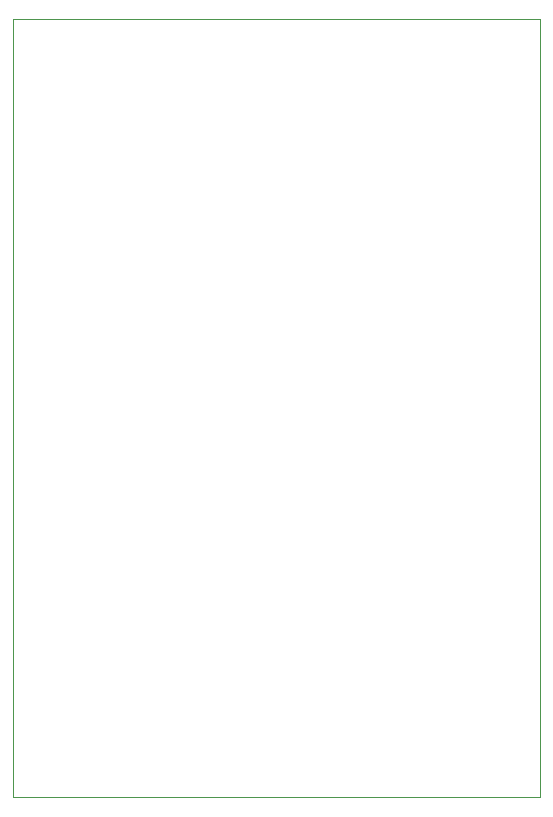
<source format=gbr>
%TF.GenerationSoftware,KiCad,Pcbnew,6.0.1*%
%TF.CreationDate,2022-02-10T21:50:42-06:00*%
%TF.ProjectId,SENSOR_BREADBOARD_8X10,53454e53-4f52-45f4-9252-454144424f41,rev?*%
%TF.SameCoordinates,Original*%
%TF.FileFunction,Profile,NP*%
%FSLAX46Y46*%
G04 Gerber Fmt 4.6, Leading zero omitted, Abs format (unit mm)*
G04 Created by KiCad (PCBNEW 6.0.1) date 2022-02-10 21:50:42*
%MOMM*%
%LPD*%
G01*
G04 APERTURE LIST*
%TA.AperFunction,Profile*%
%ADD10C,0.010000*%
%TD*%
G04 APERTURE END LIST*
D10*
X84759800Y-74523600D02*
X129362200Y-74523600D01*
X129362200Y-74523600D02*
X129362200Y-140411200D01*
X129362200Y-140411200D02*
X84759800Y-140411200D01*
X84759800Y-140411200D02*
X84759800Y-74523600D01*
M02*

</source>
